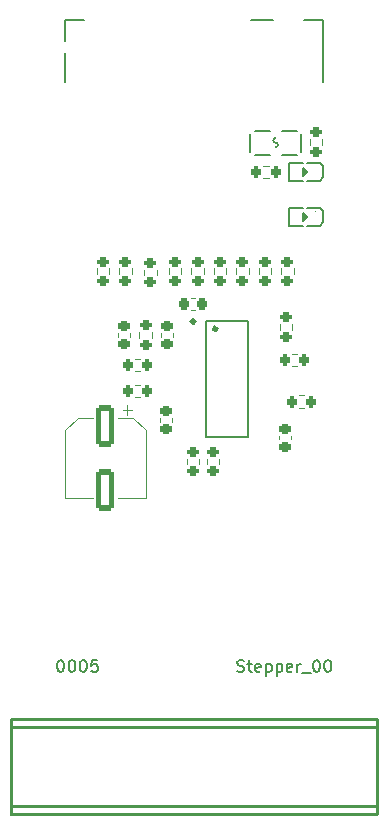
<source format=gbr>
%TF.GenerationSoftware,KiCad,Pcbnew,7.0.5*%
%TF.CreationDate,2023-09-25T01:54:48-05:00*%
%TF.ProjectId,Chimera_0005_Stepper,4368696d-6572-4615-9f30-3030355f5374,rev?*%
%TF.SameCoordinates,Original*%
%TF.FileFunction,Legend,Top*%
%TF.FilePolarity,Positive*%
%FSLAX46Y46*%
G04 Gerber Fmt 4.6, Leading zero omitted, Abs format (unit mm)*
G04 Created by KiCad (PCBNEW 7.0.5) date 2023-09-25 01:54:48*
%MOMM*%
%LPD*%
G01*
G04 APERTURE LIST*
G04 Aperture macros list*
%AMRoundRect*
0 Rectangle with rounded corners*
0 $1 Rounding radius*
0 $2 $3 $4 $5 $6 $7 $8 $9 X,Y pos of 4 corners*
0 Add a 4 corners polygon primitive as box body*
4,1,4,$2,$3,$4,$5,$6,$7,$8,$9,$2,$3,0*
0 Add four circle primitives for the rounded corners*
1,1,$1+$1,$2,$3*
1,1,$1+$1,$4,$5*
1,1,$1+$1,$6,$7*
1,1,$1+$1,$8,$9*
0 Add four rect primitives between the rounded corners*
20,1,$1+$1,$2,$3,$4,$5,0*
20,1,$1+$1,$4,$5,$6,$7,0*
20,1,$1+$1,$6,$7,$8,$9,0*
20,1,$1+$1,$8,$9,$2,$3,0*%
G04 Aperture macros list end*
%ADD10C,0.200000*%
%ADD11C,0.059995*%
%ADD12C,0.254001*%
%ADD13C,0.120000*%
%ADD14C,0.151994*%
%ADD15C,0.152400*%
%ADD16C,0.300000*%
%ADD17C,0.150013*%
%ADD18C,0.100000*%
%ADD19C,2.600000*%
%ADD20RoundRect,0.225000X-0.225000X-0.250000X0.225000X-0.250000X0.225000X0.250000X-0.225000X0.250000X0*%
%ADD21R,1.335001X1.500000*%
%ADD22RoundRect,0.200000X0.275000X-0.200000X0.275000X0.200000X-0.275000X0.200000X-0.275000X-0.200000X0*%
%ADD23RoundRect,0.200000X-0.200000X-0.275000X0.200000X-0.275000X0.200000X0.275000X-0.200000X0.275000X0*%
%ADD24O,1.731496X0.343002*%
%ADD25R,3.100000X5.600000*%
%ADD26RoundRect,0.200000X-0.275000X0.200000X-0.275000X-0.200000X0.275000X-0.200000X0.275000X0.200000X0*%
%ADD27C,1.200000*%
%ADD28C,1.800000*%
%ADD29R,0.300000X1.550013*%
%ADD30R,0.300000X1.524003*%
%ADD31R,1.300000X2.800000*%
%ADD32RoundRect,0.250000X-0.550000X1.500000X-0.550000X-1.500000X0.550000X-1.500000X0.550000X1.500000X0*%
%ADD33RoundRect,0.225000X-0.250000X0.225000X-0.250000X-0.225000X0.250000X-0.225000X0.250000X0.225000X0*%
%ADD34RoundRect,0.225000X0.250000X-0.225000X0.250000X0.225000X-0.250000X0.225000X-0.250000X-0.225000X0*%
%ADD35C,3.600000*%
%ADD36C,6.400000*%
%ADD37R,0.800000X0.800000*%
G04 APERTURE END LIST*
D10*
X97360149Y-130667219D02*
X97455387Y-130667219D01*
X97455387Y-130667219D02*
X97550625Y-130714838D01*
X97550625Y-130714838D02*
X97598244Y-130762457D01*
X97598244Y-130762457D02*
X97645863Y-130857695D01*
X97645863Y-130857695D02*
X97693482Y-131048171D01*
X97693482Y-131048171D02*
X97693482Y-131286266D01*
X97693482Y-131286266D02*
X97645863Y-131476742D01*
X97645863Y-131476742D02*
X97598244Y-131571980D01*
X97598244Y-131571980D02*
X97550625Y-131619600D01*
X97550625Y-131619600D02*
X97455387Y-131667219D01*
X97455387Y-131667219D02*
X97360149Y-131667219D01*
X97360149Y-131667219D02*
X97264911Y-131619600D01*
X97264911Y-131619600D02*
X97217292Y-131571980D01*
X97217292Y-131571980D02*
X97169673Y-131476742D01*
X97169673Y-131476742D02*
X97122054Y-131286266D01*
X97122054Y-131286266D02*
X97122054Y-131048171D01*
X97122054Y-131048171D02*
X97169673Y-130857695D01*
X97169673Y-130857695D02*
X97217292Y-130762457D01*
X97217292Y-130762457D02*
X97264911Y-130714838D01*
X97264911Y-130714838D02*
X97360149Y-130667219D01*
X98312530Y-130667219D02*
X98407768Y-130667219D01*
X98407768Y-130667219D02*
X98503006Y-130714838D01*
X98503006Y-130714838D02*
X98550625Y-130762457D01*
X98550625Y-130762457D02*
X98598244Y-130857695D01*
X98598244Y-130857695D02*
X98645863Y-131048171D01*
X98645863Y-131048171D02*
X98645863Y-131286266D01*
X98645863Y-131286266D02*
X98598244Y-131476742D01*
X98598244Y-131476742D02*
X98550625Y-131571980D01*
X98550625Y-131571980D02*
X98503006Y-131619600D01*
X98503006Y-131619600D02*
X98407768Y-131667219D01*
X98407768Y-131667219D02*
X98312530Y-131667219D01*
X98312530Y-131667219D02*
X98217292Y-131619600D01*
X98217292Y-131619600D02*
X98169673Y-131571980D01*
X98169673Y-131571980D02*
X98122054Y-131476742D01*
X98122054Y-131476742D02*
X98074435Y-131286266D01*
X98074435Y-131286266D02*
X98074435Y-131048171D01*
X98074435Y-131048171D02*
X98122054Y-130857695D01*
X98122054Y-130857695D02*
X98169673Y-130762457D01*
X98169673Y-130762457D02*
X98217292Y-130714838D01*
X98217292Y-130714838D02*
X98312530Y-130667219D01*
X99264911Y-130667219D02*
X99360149Y-130667219D01*
X99360149Y-130667219D02*
X99455387Y-130714838D01*
X99455387Y-130714838D02*
X99503006Y-130762457D01*
X99503006Y-130762457D02*
X99550625Y-130857695D01*
X99550625Y-130857695D02*
X99598244Y-131048171D01*
X99598244Y-131048171D02*
X99598244Y-131286266D01*
X99598244Y-131286266D02*
X99550625Y-131476742D01*
X99550625Y-131476742D02*
X99503006Y-131571980D01*
X99503006Y-131571980D02*
X99455387Y-131619600D01*
X99455387Y-131619600D02*
X99360149Y-131667219D01*
X99360149Y-131667219D02*
X99264911Y-131667219D01*
X99264911Y-131667219D02*
X99169673Y-131619600D01*
X99169673Y-131619600D02*
X99122054Y-131571980D01*
X99122054Y-131571980D02*
X99074435Y-131476742D01*
X99074435Y-131476742D02*
X99026816Y-131286266D01*
X99026816Y-131286266D02*
X99026816Y-131048171D01*
X99026816Y-131048171D02*
X99074435Y-130857695D01*
X99074435Y-130857695D02*
X99122054Y-130762457D01*
X99122054Y-130762457D02*
X99169673Y-130714838D01*
X99169673Y-130714838D02*
X99264911Y-130667219D01*
X100503006Y-130667219D02*
X100026816Y-130667219D01*
X100026816Y-130667219D02*
X99979197Y-131143409D01*
X99979197Y-131143409D02*
X100026816Y-131095790D01*
X100026816Y-131095790D02*
X100122054Y-131048171D01*
X100122054Y-131048171D02*
X100360149Y-131048171D01*
X100360149Y-131048171D02*
X100455387Y-131095790D01*
X100455387Y-131095790D02*
X100503006Y-131143409D01*
X100503006Y-131143409D02*
X100550625Y-131238647D01*
X100550625Y-131238647D02*
X100550625Y-131476742D01*
X100550625Y-131476742D02*
X100503006Y-131571980D01*
X100503006Y-131571980D02*
X100455387Y-131619600D01*
X100455387Y-131619600D02*
X100360149Y-131667219D01*
X100360149Y-131667219D02*
X100122054Y-131667219D01*
X100122054Y-131667219D02*
X100026816Y-131619600D01*
X100026816Y-131619600D02*
X99979197Y-131571980D01*
X112360153Y-131619600D02*
X112503010Y-131667219D01*
X112503010Y-131667219D02*
X112741105Y-131667219D01*
X112741105Y-131667219D02*
X112836343Y-131619600D01*
X112836343Y-131619600D02*
X112883962Y-131571980D01*
X112883962Y-131571980D02*
X112931581Y-131476742D01*
X112931581Y-131476742D02*
X112931581Y-131381504D01*
X112931581Y-131381504D02*
X112883962Y-131286266D01*
X112883962Y-131286266D02*
X112836343Y-131238647D01*
X112836343Y-131238647D02*
X112741105Y-131191028D01*
X112741105Y-131191028D02*
X112550629Y-131143409D01*
X112550629Y-131143409D02*
X112455391Y-131095790D01*
X112455391Y-131095790D02*
X112407772Y-131048171D01*
X112407772Y-131048171D02*
X112360153Y-130952933D01*
X112360153Y-130952933D02*
X112360153Y-130857695D01*
X112360153Y-130857695D02*
X112407772Y-130762457D01*
X112407772Y-130762457D02*
X112455391Y-130714838D01*
X112455391Y-130714838D02*
X112550629Y-130667219D01*
X112550629Y-130667219D02*
X112788724Y-130667219D01*
X112788724Y-130667219D02*
X112931581Y-130714838D01*
X113217296Y-131000552D02*
X113598248Y-131000552D01*
X113360153Y-130667219D02*
X113360153Y-131524361D01*
X113360153Y-131524361D02*
X113407772Y-131619600D01*
X113407772Y-131619600D02*
X113503010Y-131667219D01*
X113503010Y-131667219D02*
X113598248Y-131667219D01*
X114312534Y-131619600D02*
X114217296Y-131667219D01*
X114217296Y-131667219D02*
X114026820Y-131667219D01*
X114026820Y-131667219D02*
X113931582Y-131619600D01*
X113931582Y-131619600D02*
X113883963Y-131524361D01*
X113883963Y-131524361D02*
X113883963Y-131143409D01*
X113883963Y-131143409D02*
X113931582Y-131048171D01*
X113931582Y-131048171D02*
X114026820Y-131000552D01*
X114026820Y-131000552D02*
X114217296Y-131000552D01*
X114217296Y-131000552D02*
X114312534Y-131048171D01*
X114312534Y-131048171D02*
X114360153Y-131143409D01*
X114360153Y-131143409D02*
X114360153Y-131238647D01*
X114360153Y-131238647D02*
X113883963Y-131333885D01*
X114788725Y-131000552D02*
X114788725Y-132000552D01*
X114788725Y-131048171D02*
X114883963Y-131000552D01*
X114883963Y-131000552D02*
X115074439Y-131000552D01*
X115074439Y-131000552D02*
X115169677Y-131048171D01*
X115169677Y-131048171D02*
X115217296Y-131095790D01*
X115217296Y-131095790D02*
X115264915Y-131191028D01*
X115264915Y-131191028D02*
X115264915Y-131476742D01*
X115264915Y-131476742D02*
X115217296Y-131571980D01*
X115217296Y-131571980D02*
X115169677Y-131619600D01*
X115169677Y-131619600D02*
X115074439Y-131667219D01*
X115074439Y-131667219D02*
X114883963Y-131667219D01*
X114883963Y-131667219D02*
X114788725Y-131619600D01*
X115693487Y-131000552D02*
X115693487Y-132000552D01*
X115693487Y-131048171D02*
X115788725Y-131000552D01*
X115788725Y-131000552D02*
X115979201Y-131000552D01*
X115979201Y-131000552D02*
X116074439Y-131048171D01*
X116074439Y-131048171D02*
X116122058Y-131095790D01*
X116122058Y-131095790D02*
X116169677Y-131191028D01*
X116169677Y-131191028D02*
X116169677Y-131476742D01*
X116169677Y-131476742D02*
X116122058Y-131571980D01*
X116122058Y-131571980D02*
X116074439Y-131619600D01*
X116074439Y-131619600D02*
X115979201Y-131667219D01*
X115979201Y-131667219D02*
X115788725Y-131667219D01*
X115788725Y-131667219D02*
X115693487Y-131619600D01*
X116979201Y-131619600D02*
X116883963Y-131667219D01*
X116883963Y-131667219D02*
X116693487Y-131667219D01*
X116693487Y-131667219D02*
X116598249Y-131619600D01*
X116598249Y-131619600D02*
X116550630Y-131524361D01*
X116550630Y-131524361D02*
X116550630Y-131143409D01*
X116550630Y-131143409D02*
X116598249Y-131048171D01*
X116598249Y-131048171D02*
X116693487Y-131000552D01*
X116693487Y-131000552D02*
X116883963Y-131000552D01*
X116883963Y-131000552D02*
X116979201Y-131048171D01*
X116979201Y-131048171D02*
X117026820Y-131143409D01*
X117026820Y-131143409D02*
X117026820Y-131238647D01*
X117026820Y-131238647D02*
X116550630Y-131333885D01*
X117455392Y-131667219D02*
X117455392Y-131000552D01*
X117455392Y-131191028D02*
X117503011Y-131095790D01*
X117503011Y-131095790D02*
X117550630Y-131048171D01*
X117550630Y-131048171D02*
X117645868Y-131000552D01*
X117645868Y-131000552D02*
X117741106Y-131000552D01*
X117836345Y-131762457D02*
X118598249Y-131762457D01*
X119026821Y-130667219D02*
X119122059Y-130667219D01*
X119122059Y-130667219D02*
X119217297Y-130714838D01*
X119217297Y-130714838D02*
X119264916Y-130762457D01*
X119264916Y-130762457D02*
X119312535Y-130857695D01*
X119312535Y-130857695D02*
X119360154Y-131048171D01*
X119360154Y-131048171D02*
X119360154Y-131286266D01*
X119360154Y-131286266D02*
X119312535Y-131476742D01*
X119312535Y-131476742D02*
X119264916Y-131571980D01*
X119264916Y-131571980D02*
X119217297Y-131619600D01*
X119217297Y-131619600D02*
X119122059Y-131667219D01*
X119122059Y-131667219D02*
X119026821Y-131667219D01*
X119026821Y-131667219D02*
X118931583Y-131619600D01*
X118931583Y-131619600D02*
X118883964Y-131571980D01*
X118883964Y-131571980D02*
X118836345Y-131476742D01*
X118836345Y-131476742D02*
X118788726Y-131286266D01*
X118788726Y-131286266D02*
X118788726Y-131048171D01*
X118788726Y-131048171D02*
X118836345Y-130857695D01*
X118836345Y-130857695D02*
X118883964Y-130762457D01*
X118883964Y-130762457D02*
X118931583Y-130714838D01*
X118931583Y-130714838D02*
X119026821Y-130667219D01*
X119979202Y-130667219D02*
X120074440Y-130667219D01*
X120074440Y-130667219D02*
X120169678Y-130714838D01*
X120169678Y-130714838D02*
X120217297Y-130762457D01*
X120217297Y-130762457D02*
X120264916Y-130857695D01*
X120264916Y-130857695D02*
X120312535Y-131048171D01*
X120312535Y-131048171D02*
X120312535Y-131286266D01*
X120312535Y-131286266D02*
X120264916Y-131476742D01*
X120264916Y-131476742D02*
X120217297Y-131571980D01*
X120217297Y-131571980D02*
X120169678Y-131619600D01*
X120169678Y-131619600D02*
X120074440Y-131667219D01*
X120074440Y-131667219D02*
X119979202Y-131667219D01*
X119979202Y-131667219D02*
X119883964Y-131619600D01*
X119883964Y-131619600D02*
X119836345Y-131571980D01*
X119836345Y-131571980D02*
X119788726Y-131476742D01*
X119788726Y-131476742D02*
X119741107Y-131286266D01*
X119741107Y-131286266D02*
X119741107Y-131048171D01*
X119741107Y-131048171D02*
X119788726Y-130857695D01*
X119788726Y-130857695D02*
X119836345Y-130762457D01*
X119836345Y-130762457D02*
X119883964Y-130714838D01*
X119883964Y-130714838D02*
X119979202Y-130667219D01*
D11*
%TO.C,U3*%
X93143002Y-143827000D02*
G75*
G03*
X93143002Y-143827000I-29972J0D01*
G01*
D12*
X124160045Y-135700000D02*
X124160045Y-143700000D01*
X93239979Y-135700000D02*
X124160045Y-135700000D01*
X93239979Y-135700000D02*
X93239979Y-143700000D01*
X93239979Y-143700000D02*
X124160045Y-143700000D01*
X93239979Y-136370155D02*
X124160045Y-136370155D01*
X93239979Y-143049403D02*
X124160045Y-143049403D01*
D13*
%TO.C,C6*%
X108459420Y-100050000D02*
X108740580Y-100050000D01*
X108459420Y-101070000D02*
X108740580Y-101070000D01*
D14*
%TO.C,F1*%
X117759004Y-87622002D02*
X117759004Y-86097998D01*
D15*
X117378004Y-87876002D02*
X116144602Y-87876002D01*
X116108001Y-85843998D02*
X117378004Y-85843998D01*
X115091999Y-85843998D02*
X113821996Y-85843998D01*
X113821996Y-87876002D02*
X115091999Y-87876002D01*
D14*
X113440996Y-87622002D02*
X113440996Y-86097998D01*
X115600000Y-87241000D02*
G75*
G03*
X115600000Y-86860000I0J190500D01*
G01*
X115600000Y-86479000D02*
G75*
G03*
X115600000Y-86860000I0J-190500D01*
G01*
D11*
X116730049Y-86109987D02*
G75*
G03*
X116730049Y-86109987I-29998J0D01*
G01*
D13*
%TO.C,R17*%
X100465000Y-97997258D02*
X100465000Y-97522742D01*
X101510000Y-97997258D02*
X101510000Y-97522742D01*
%TO.C,R14*%
X116077500Y-97997258D02*
X116077500Y-97522742D01*
X117122500Y-97997258D02*
X117122500Y-97522742D01*
%TO.C,R5*%
X103687742Y-107377500D02*
X104162258Y-107377500D01*
X103687742Y-108422500D02*
X104162258Y-108422500D01*
%TO.C,R7*%
X115977500Y-102697258D02*
X115977500Y-102222742D01*
X117022500Y-102697258D02*
X117022500Y-102222742D01*
D15*
%TO.C,U1*%
X113271527Y-101933787D02*
X113271527Y-111786213D01*
X109728727Y-101933787D02*
X113271527Y-101933787D01*
X113271527Y-111786213D02*
X109728727Y-111786213D01*
X109728727Y-111786213D02*
X109728727Y-101933787D01*
D11*
X108330201Y-102010114D02*
G75*
G03*
X108330201Y-102010114I-29972J0D01*
G01*
D16*
X108784354Y-102011130D02*
G75*
G03*
X108784354Y-102011130I-150115J0D01*
G01*
X110631191Y-102634956D02*
G75*
G03*
X110631191Y-102634956I-150114J0D01*
G01*
D13*
%TO.C,R3*%
X105122500Y-102922742D02*
X105122500Y-103397258D01*
X104077500Y-102922742D02*
X104077500Y-103397258D01*
D14*
%TO.C,CN1*%
X119601094Y-76525357D02*
X119601094Y-81755228D01*
X118049151Y-76525357D02*
X119601094Y-76525357D01*
X118049151Y-76525357D02*
X118044960Y-76525357D01*
X115354688Y-76525357D02*
X113544960Y-76525357D01*
X97800230Y-78262721D02*
X97800230Y-76525357D01*
X97800230Y-76525357D02*
X99359793Y-76525357D01*
X97799900Y-81755025D02*
X97799900Y-79307882D01*
D11*
X119629922Y-84385276D02*
G75*
G03*
X119629922Y-84385276I-29997J0D01*
G01*
D13*
%TO.C,R1*%
X119572500Y-86597742D02*
X119572500Y-87072258D01*
X118527500Y-86597742D02*
X118527500Y-87072258D01*
%TO.C,C5*%
X103047500Y-109122500D02*
X103047500Y-109910000D01*
X103441250Y-109516250D02*
X102653750Y-109516250D01*
X103545563Y-110150000D02*
X102260000Y-110150000D01*
X103545563Y-110150000D02*
X104610000Y-111214437D01*
X98854437Y-110150000D02*
X100140000Y-110150000D01*
X98854437Y-110150000D02*
X97790000Y-111214437D01*
X104610000Y-111214437D02*
X104610000Y-116970000D01*
X97790000Y-111214437D02*
X97790000Y-116970000D01*
X104610000Y-116970000D02*
X102260000Y-116970000D01*
X97790000Y-116970000D02*
X100140000Y-116970000D01*
%TO.C,R2*%
X114562742Y-88837500D02*
X115037258Y-88837500D01*
X114562742Y-89882500D02*
X115037258Y-89882500D01*
%TO.C,C3*%
X106810000Y-110219420D02*
X106810000Y-110500580D01*
X105790000Y-110219420D02*
X105790000Y-110500580D01*
%TO.C,R18*%
X104477500Y-98097258D02*
X104477500Y-97622742D01*
X105522500Y-98097258D02*
X105522500Y-97622742D01*
%TO.C,R4*%
X103662742Y-105177500D02*
X104137258Y-105177500D01*
X103662742Y-106222500D02*
X104137258Y-106222500D01*
%TO.C,R13*%
X115222500Y-97522742D02*
X115222500Y-97997258D01*
X114177500Y-97522742D02*
X114177500Y-97997258D01*
%TO.C,R23*%
X112277500Y-97997258D02*
X112277500Y-97522742D01*
X113322500Y-97997258D02*
X113322500Y-97522742D01*
%TO.C,R10*%
X107622500Y-97522742D02*
X107622500Y-97997258D01*
X106577500Y-97522742D02*
X106577500Y-97997258D01*
%TO.C,C1*%
X105890000Y-103300580D02*
X105890000Y-103019420D01*
X106910000Y-103300580D02*
X106910000Y-103019420D01*
%TO.C,R11*%
X116962742Y-104737500D02*
X117437258Y-104737500D01*
X116962742Y-105782500D02*
X117437258Y-105782500D01*
%TO.C,C2*%
X102290000Y-103300580D02*
X102290000Y-103019420D01*
X103310000Y-103300580D02*
X103310000Y-103019420D01*
%TO.C,R9*%
X103410000Y-97522742D02*
X103410000Y-97997258D01*
X102365000Y-97522742D02*
X102365000Y-97997258D01*
%TO.C,R8*%
X109122500Y-113622742D02*
X109122500Y-114097258D01*
X108077500Y-113622742D02*
X108077500Y-114097258D01*
D17*
%TO.C,LED1*%
X119639611Y-89789331D02*
X119339662Y-90089280D01*
X119639611Y-89689178D02*
X119639611Y-89789331D01*
X119639611Y-89689178D02*
X119639611Y-88989229D01*
X119639611Y-88989229D02*
X119639611Y-88889204D01*
X119639611Y-88889204D02*
X119339662Y-88589153D01*
X118289548Y-90089280D02*
X119339662Y-90089280D01*
X118289548Y-88589153D02*
X119339662Y-88589153D01*
X117939535Y-89011480D02*
X118269583Y-89341528D01*
X117929578Y-89691515D02*
X117929578Y-89681533D01*
X117929578Y-89691515D02*
X117929578Y-89011480D01*
X117929578Y-89681533D02*
X118269583Y-89341528D01*
X117929578Y-89341528D02*
X118269583Y-89341528D01*
X117929578Y-89011480D02*
X117939535Y-89011480D01*
X117909538Y-90091591D02*
X116759525Y-90091591D01*
X117909538Y-88591464D02*
X116759525Y-88591464D01*
X116759525Y-90091490D02*
X116759525Y-88611556D01*
D11*
X118979439Y-88931520D02*
G75*
G03*
X118979439Y-88931520I-29972J0D01*
G01*
D13*
%TO.C,R19*%
X110377500Y-97997258D02*
X110377500Y-97522742D01*
X111422500Y-97997258D02*
X111422500Y-97522742D01*
%TO.C,C7*%
X116910000Y-111719420D02*
X116910000Y-112000580D01*
X115890000Y-111719420D02*
X115890000Y-112000580D01*
%TO.C,R6*%
X110822500Y-113622742D02*
X110822500Y-114097258D01*
X109777500Y-113622742D02*
X109777500Y-114097258D01*
%TO.C,R16*%
X108477500Y-97997258D02*
X108477500Y-97522742D01*
X109522500Y-97997258D02*
X109522500Y-97522742D01*
%TO.C,R12*%
X117562742Y-108277500D02*
X118037258Y-108277500D01*
X117562742Y-109322500D02*
X118037258Y-109322500D01*
D17*
%TO.C,LED2*%
X119639611Y-93589331D02*
X119339662Y-93889280D01*
X119639611Y-93489178D02*
X119639611Y-93589331D01*
X119639611Y-93489178D02*
X119639611Y-92789229D01*
X119639611Y-92789229D02*
X119639611Y-92689204D01*
X119639611Y-92689204D02*
X119339662Y-92389153D01*
X118289548Y-93889280D02*
X119339662Y-93889280D01*
X118289548Y-92389153D02*
X119339662Y-92389153D01*
X117939535Y-92811480D02*
X118269583Y-93141528D01*
X117929578Y-93491515D02*
X117929578Y-93481533D01*
X117929578Y-93491515D02*
X117929578Y-92811480D01*
X117929578Y-93481533D02*
X118269583Y-93141528D01*
X117929578Y-93141528D02*
X118269583Y-93141528D01*
X117929578Y-92811480D02*
X117939535Y-92811480D01*
X117909538Y-93891591D02*
X116759525Y-93891591D01*
X117909538Y-92391464D02*
X116759525Y-92391464D01*
X116759525Y-93891490D02*
X116759525Y-92411556D01*
D11*
X118979439Y-92731520D02*
G75*
G03*
X118979439Y-92731520I-29972J0D01*
G01*
%TD*%
%LPC*%
%TO.C,U2*%
D18*
X118625000Y-73560000D02*
X115425000Y-73560000D01*
X115425000Y-71560000D01*
X118625000Y-71560000D01*
X118625000Y-73560000D01*
G36*
X118625000Y-73560000D02*
G01*
X115425000Y-73560000D01*
X115425000Y-71560000D01*
X118625000Y-71560000D01*
X118625000Y-73560000D01*
G37*
X114225000Y-73560000D02*
X98775000Y-73560000D01*
X98775000Y-71560000D01*
X114225000Y-71560000D01*
X114225000Y-73560000D01*
G36*
X114225000Y-73560000D02*
G01*
X98775000Y-73560000D01*
X98775000Y-71560000D01*
X114225000Y-71560000D01*
X114225000Y-73560000D01*
G37*
%TD*%
D19*
%TO.C,U3*%
X121400050Y-139700000D03*
X116320040Y-139700000D03*
X111240030Y-139700000D03*
X106160020Y-139700000D03*
X101080010Y-139700000D03*
X96000000Y-139700000D03*
%TD*%
D20*
%TO.C,C6*%
X107825000Y-100560000D03*
X109375000Y-100560000D03*
%TD*%
D21*
%TO.C,F1*%
X116742494Y-86860000D03*
X114457506Y-86860000D03*
%TD*%
D22*
%TO.C,R17*%
X100987500Y-98585000D03*
X100987500Y-96935000D03*
%TD*%
%TO.C,R14*%
X116600000Y-98585000D03*
X116600000Y-96935000D03*
%TD*%
D23*
%TO.C,R5*%
X103100000Y-107900000D03*
X104750000Y-107900000D03*
%TD*%
D22*
%TO.C,R7*%
X116500000Y-103285000D03*
X116500000Y-101635000D03*
%TD*%
D24*
%TO.C,U1*%
X108634239Y-102634956D03*
X108634239Y-103284943D03*
X108634239Y-103934930D03*
X108634239Y-104584917D03*
X108634239Y-105234905D03*
X108634239Y-105884892D03*
X108634239Y-106535133D03*
X108634239Y-107185121D03*
X108634239Y-107835108D03*
X108634239Y-108485095D03*
X108634239Y-109135083D03*
X108634239Y-109785070D03*
X108634239Y-110435057D03*
X108634239Y-111085044D03*
X114365761Y-111085044D03*
X114365761Y-110435057D03*
X114365761Y-109785070D03*
X114365761Y-109135083D03*
X114365761Y-108485095D03*
X114365761Y-107835108D03*
X114365761Y-107185121D03*
X114365761Y-106535133D03*
X114365761Y-105884892D03*
X114365761Y-105234905D03*
X114365761Y-104584917D03*
X114365761Y-103934930D03*
X114365761Y-103284943D03*
X114365761Y-102634956D03*
D25*
X111499873Y-106860000D03*
%TD*%
D26*
%TO.C,R3*%
X104600000Y-102335000D03*
X104600000Y-103985000D03*
%TD*%
D27*
%TO.C,CN1*%
X118699900Y-78785200D03*
D28*
X98699900Y-78785200D03*
D29*
X117949836Y-84060029D03*
X117699900Y-76510117D03*
X117449964Y-84060029D03*
X117199773Y-76510117D03*
X116949836Y-84060029D03*
X116699900Y-76510117D03*
X116449964Y-84060029D03*
X116199773Y-76510117D03*
X115949836Y-84060029D03*
X115699900Y-76510117D03*
X115449964Y-84060029D03*
X113199773Y-76510117D03*
X112949836Y-84060029D03*
X112699900Y-76510117D03*
X112449964Y-84060029D03*
X112199773Y-76510117D03*
X111949836Y-84060029D03*
X111699900Y-76510117D03*
X111449964Y-84060029D03*
X111199773Y-76510117D03*
X110949836Y-84060029D03*
X110699900Y-76510117D03*
X110449964Y-84060029D03*
X110199773Y-76510117D03*
X109949836Y-84060029D03*
X109699900Y-76510117D03*
X109449964Y-84060029D03*
X109199773Y-76510117D03*
X108949836Y-84060029D03*
X108699900Y-76510117D03*
X108449964Y-84060029D03*
X108199773Y-76510117D03*
X107949836Y-84060029D03*
X107699900Y-76510371D03*
X107449964Y-84060029D03*
X107199773Y-76510371D03*
X106949836Y-84060029D03*
X106699900Y-76510371D03*
X106449964Y-84060029D03*
X106199773Y-76510371D03*
X105949836Y-84060029D03*
X105699900Y-76510371D03*
X105449964Y-84060029D03*
X105199773Y-76510371D03*
X104949836Y-84060029D03*
X104699900Y-76510371D03*
X104449964Y-84060029D03*
X104199773Y-76510371D03*
X103949836Y-84060029D03*
X103699900Y-76510371D03*
D30*
X103449964Y-84060283D03*
X103199773Y-76510371D03*
X102949836Y-84060283D03*
X102699900Y-76510371D03*
X102449964Y-84060283D03*
X102199773Y-76510371D03*
X101949836Y-84060283D03*
X101699900Y-76510371D03*
D29*
X101449964Y-84060029D03*
X101199773Y-76510371D03*
X100949836Y-84060029D03*
X100699900Y-76510371D03*
X100449964Y-84060029D03*
X100199773Y-76510371D03*
X99949836Y-84060029D03*
X99699900Y-76510371D03*
X99449964Y-84060029D03*
D31*
X98349887Y-83335111D03*
X119049913Y-83335111D03*
%TD*%
D26*
%TO.C,R1*%
X119050000Y-86010000D03*
X119050000Y-87660000D03*
%TD*%
D32*
%TO.C,C5*%
X101200000Y-110860000D03*
X101200000Y-116260000D03*
%TD*%
D23*
%TO.C,R2*%
X113975000Y-89360000D03*
X115625000Y-89360000D03*
%TD*%
D33*
%TO.C,C3*%
X106300000Y-109585000D03*
X106300000Y-111135000D03*
%TD*%
D22*
%TO.C,R18*%
X105000000Y-98685000D03*
X105000000Y-97035000D03*
%TD*%
D23*
%TO.C,R4*%
X103075000Y-105700000D03*
X104725000Y-105700000D03*
%TD*%
D26*
%TO.C,R13*%
X114700000Y-96935000D03*
X114700000Y-98585000D03*
%TD*%
D22*
%TO.C,R23*%
X112800000Y-98585000D03*
X112800000Y-96935000D03*
%TD*%
D26*
%TO.C,R10*%
X107100000Y-96935000D03*
X107100000Y-98585000D03*
%TD*%
D34*
%TO.C,C1*%
X106400000Y-103935000D03*
X106400000Y-102385000D03*
%TD*%
D23*
%TO.C,R11*%
X116375000Y-105260000D03*
X118025000Y-105260000D03*
%TD*%
D34*
%TO.C,C2*%
X102800000Y-103935000D03*
X102800000Y-102385000D03*
%TD*%
D26*
%TO.C,R9*%
X102887500Y-96935000D03*
X102887500Y-98585000D03*
%TD*%
D35*
%TO.C,H1*%
X108700000Y-131560000D03*
D36*
X108700000Y-131560000D03*
%TD*%
D26*
%TO.C,R8*%
X108600000Y-113035000D03*
X108600000Y-114685000D03*
%TD*%
D37*
%TO.C,LED1*%
X118949467Y-89331571D03*
X117350533Y-89338429D03*
%TD*%
D22*
%TO.C,R19*%
X110900000Y-98585000D03*
X110900000Y-96935000D03*
%TD*%
D33*
%TO.C,C7*%
X116400000Y-111085000D03*
X116400000Y-112635000D03*
%TD*%
D26*
%TO.C,R6*%
X110300000Y-113035000D03*
X110300000Y-114685000D03*
%TD*%
D22*
%TO.C,R16*%
X109000000Y-98585000D03*
X109000000Y-96935000D03*
%TD*%
D23*
%TO.C,R12*%
X116975000Y-108800000D03*
X118625000Y-108800000D03*
%TD*%
D37*
%TO.C,LED2*%
X118949467Y-93131571D03*
X117350533Y-93138429D03*
%TD*%
%LPD*%
M02*

</source>
